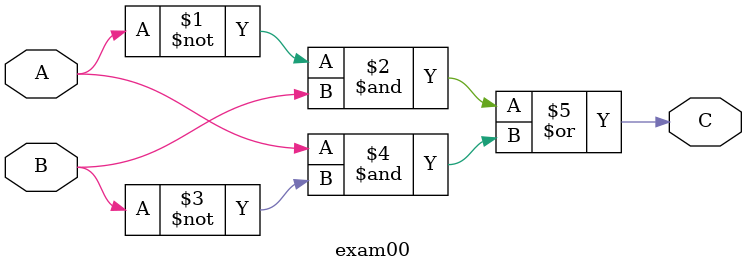
<source format=v>
module exam00(A,B,C);
	input A,B;
	output C;
	
	assign C = ~A&B|A&~B;
	
endmodule

</source>
